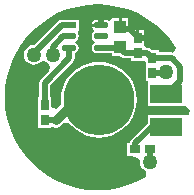
<source format=gtl>
%FSTAX43Y43*%
%MOMM*%
%SFA1B1*%

%IPPOS*%
%ADD10R,0.699999X0.899998*%
%ADD11R,0.999998X1.099998*%
%ADD12R,1.199998X0.549999*%
%ADD13O,1.199998X0.549999*%
%ADD14O,1.199998X0.549999*%
%ADD15R,2.699995X1.599997*%
%ADD16R,0.899998X0.699999*%
%ADD17C,0.499999*%
%ADD18C,0.799998*%
%ADD19C,1.269997*%
%ADD20C,5.999988*%
%LNpcb2-1*%
%LPD*%
G36*
X0073181Y0085427D02*
X0074052Y0085279D01*
X0074901Y0085035*
X0075717Y0084697*
X007649Y0084269*
X007721Y0083758*
X0077869Y008317*
X0078458Y0082511*
X0078963Y0081799*
X0078821Y008158*
X0078676Y0081382*
X0078549Y0081408*
X0077449*
Y0081599*
X0076898*
X0076823Y0081673*
X0076675Y0081773*
X0076499Y0081808*
X007644*
X0076249Y0081999*
Y0082241*
Y0082353*
Y0082522*
X0075699*
Y0082649*
X0075572*
Y0083299*
X0075253*
X0075149*
X0074899Y0083549*
Y0083422*
X0074199*
Y0083549*
X0074072*
Y0084299*
X0073992*
X0073499*
X0073314Y0084095*
X0073266Y0084041*
X0073109Y0084146*
X0072924Y0084183*
X0072726*
Y0083699*
X0072599*
Y0083572*
X0071815*
X0071827Y0083514*
X0071932Y0083357*
X0072089Y0083252*
X0071932Y0083091*
X0071827Y0082934*
X007179Y0082749*
X0071827Y0082564*
X0071932Y0082407*
X0072089Y0082302*
X0071932Y0082141*
X0071827Y0081984*
X007179Y0081799*
X0071827Y0081614*
X0071932Y0081457*
X0072089Y0081352*
X0072274Y0081315*
X0072924*
X0073052Y008134*
X0073499*
Y0081099*
X00742*
X0074275Y0081025*
X0074423Y0080925*
X0074599Y008089*
X0075149*
Y0080699*
X0076249*
X0076349Y0080599*
Y0080299*
Y0078999*
X0076549*
Y0078899*
Y0076899*
X0079649*
X0079779Y0076892*
X008009Y0076501*
X0080022Y0076099*
X0079649*
X0076549*
Y0075398*
X0075175Y0074023*
X0075075Y0073875*
X007505Y0073749*
X0074799*
Y0072649*
X0075233*
X0075749Y0072435*
X0075892Y0072273*
X0075876Y0072153*
X0075904Y0071935*
X0075989Y0071732*
X0076122Y0071557*
X0076297Y0071424*
X0076387Y0071386*
X0076415Y0070887*
X0075717Y0070501*
X0074901Y0070163*
X0074052Y0069919*
X0073181Y0069771*
X0072299Y0069721*
X0071417Y0069771*
X0070546Y0069919*
X0069697Y0070163*
X0068881Y0070501*
X0068107Y0070929*
X0067387Y007144*
X0066728Y0072028*
X006614Y0072687*
X0065628Y0073408*
X0065201Y0074181*
X0064863Y0074997*
X0064618Y0075846*
X006447Y0076717*
X0064421Y0077599*
X006447Y0078481*
X0064618Y0079352*
X0064863Y0080201*
X0065201Y0081017*
X0065628Y008179*
X006614Y0082511*
X0066728Y008317*
X0067387Y0083758*
X0068107Y0084269*
X0068881Y0084697*
X0069697Y0085035*
X0070546Y0085279*
X0071417Y0085427*
X0072299Y0085477*
X0073181Y0085427*
G37*
%LNpcb2-2*%
%LPC*%
G36*
X0070699Y0084174D02*
X0069099D01*
Y0084107*
X0068975Y0084023*
X0066981Y008203*
X0066899Y0082041*
X0066681Y0082013*
X0066478Y0081928*
X0066303Y0081795*
X006617Y008162*
X0066085Y0081417*
X0066057Y0081199*
X0066085Y0080981*
X006617Y0080778*
X0066303Y0080603*
X0066478Y008047*
X0066681Y0080385*
X0066899Y0080357*
X0067117Y0080385*
X006732Y008047*
X0067495Y0080603*
X0067628Y0080778*
X0067903Y0080603*
X0068078Y008047*
X0068187Y0080424*
X0068247Y0080126*
X0068212Y0079861*
X0067475Y0079123*
X0067375Y0078975*
X006734Y0078799*
Y0077599*
X0067249*
Y0076653*
Y0076299*
Y0074999*
X0068349*
X0068356Y007519*
X0068515Y0075084*
X0068749Y0075037*
X0068983Y0075084*
X0069182Y0075216*
X0069392Y0075427*
X0069892Y0075407*
X0070129Y0075129*
X0070512Y0074802*
X0070942Y0074539*
X0071407Y0074346*
X0071897Y0074229*
X0072399Y0074189*
X0072901Y0074229*
X0073391Y0074346*
X0073856Y0074539*
X0074286Y0074802*
X0074669Y0075129*
X0074996Y0075512*
X0075259Y0075942*
X0075452Y0076407*
X0075569Y0076897*
X0075609Y0077399*
X0075569Y0077901*
X0075452Y0078391*
X0075259Y0078856*
X0074996Y0079286*
X0074669Y0079669*
X0074286Y0079996*
X0073856Y0080259*
X0073391Y0080452*
X0072901Y0080569*
X0072399Y0080609*
X0071897Y0080569*
X0071407Y0080452*
X0070942Y0080259*
X0070512Y0079996*
X0070129Y0079669*
X0069802Y0079286*
X0069539Y0078856*
X0069346Y0078391*
X0069229Y0077901*
X0069189Y0077399*
X0069222Y0076987*
X0068811Y0076576*
X0068349Y0076767*
Y0077599*
X0068258*
Y0078609*
X0070223Y0080575*
X0070323Y0080723*
X0070358Y0080899*
Y0081341*
X0070409Y0081352*
X0070566Y0081457*
X0070671Y0081614*
X0070708Y0081799*
X0070671Y0081984*
X0070566Y0082141*
X0070409Y0082246*
X0070566Y0082407*
X0070671Y0082564*
X0070708Y0082749*
X0070677Y0082907*
X0070671Y0082934*
Y0083224*
X0070699*
Y0084174*
G37*
G36*
X0076249Y0083299D02*
X0075826D01*
Y0082776*
X0076249*
Y0083299*
G37*
G36*
X0072472Y0084183D02*
X0072274D01*
X0072089Y0084146*
X0071932Y0084041*
X0071827Y0083884*
X0071815Y0083826*
X0072472*
Y0084183*
G37*
G36*
X0074899Y0084299D02*
X0074326D01*
Y0083676*
X0074899*
Y0084299*
G37*
%LNpcb2-3*%
%LPD*%
G54D10*
X0075699Y0082649D03*
Y0081349D03*
X0067799Y0075649D03*
Y0076949D03*
X0076899Y0079649D03*
Y0080949D03*
G54D11*
X0074199Y0083549D03*
Y0081849D03*
G54D12*
X0069899Y0083699D03*
G54D13*
X0069899Y0082749D03*
Y0081799D03*
X0072599D03*
G54D14*
X0072599Y0082749D03*
Y0083699D03*
G54D15*
X0078099Y0075099D03*
Y0077899D03*
G54D16*
X0076749Y0073199D03*
X0075449D03*
G54D17*
X0076749Y0072149D02*
Y0073199D01*
X0070199Y0084799D02*
X0072599D01*
X0069852Y0084452D02*
X0070199Y0084799D01*
X0068948Y0084452D02*
X0069852D01*
X0068849Y0084353D02*
X0068948Y0084452D01*
X0068753Y0084353D02*
X0068849D01*
X0068199Y0083799D02*
X0068753Y0084353D01*
X0067946Y0083799D02*
X0068199D01*
X0065902Y0081755D02*
X0067946Y0083799D01*
X0065902Y0081628D02*
Y0081755D01*
X0065699Y0081424D02*
X0065902Y0081628D01*
X0065699Y0081031D02*
Y0081424D01*
X0065299Y0080631D02*
X0065699Y0081031D01*
X0065299Y0076299D02*
Y0080631D01*
Y0076299D02*
X0068899Y0072699D01*
X0069799*
X0067799Y0075649D02*
X0068749D01*
X0076549Y0082649D02*
X0076999Y0083099D01*
X0075699Y0082649D02*
X0076549D01*
X0076899Y0079649D02*
X0078049D01*
X0074599Y0081349D02*
X0076499D01*
X0078199Y0077899D02*
X0079299Y0078999D01*
Y0080199*
X0078549Y0080949D02*
X0079299Y0080199D01*
X0076899Y0080949D02*
X0078549D01*
X0076499Y0081349D02*
X0076899Y0080949D01*
X0066999Y0081099D02*
Y0081399D01*
X0069299Y0083699*
X0069899*
X0068499Y0081199D02*
Y0081899D01*
X0069349Y0082749*
X0069899*
X0074149Y0081799D02*
X0074599Y0081349D01*
X0072599Y0081799D02*
X0074149D01*
X0069799Y0081699D02*
X0069899Y0081799D01*
X0074199Y0083549D02*
X0074399Y0083349D01*
X0074999*
X0075699Y0082649*
X0076899Y0075099D02*
X0078199D01*
X0075499Y0073699D02*
X0076899Y0075099D01*
X0075499Y0073299D02*
Y0073699D01*
X0069899Y0080899D02*
Y0081799D01*
X0067799Y0076949D02*
Y0078799D01*
X0069899Y0080899*
X0072599Y0083699D02*
Y0084599D01*
G54D18*
X0070499Y0077399D02*
X0072399D01*
X0068749Y0075649D02*
X0070499Y0077399D01*
G54D19*
X0069799Y0072699D03*
X0078099Y0079699D03*
X0066899Y0081199D03*
X0068499D03*
X0076718Y0072153D03*
X0076999Y0083099D03*
X0072599Y0084799D03*
G54D20*
X0072399Y0077399D03*
M02*
</source>
